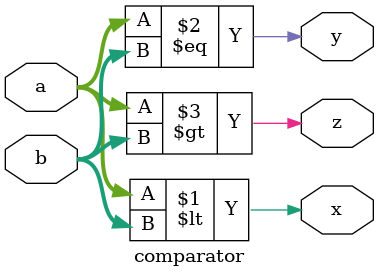
<source format=v>
module comparator(
  input [3:0] a,b,
  output x,y,z);
  assign x = (a<b);
  assign y = (a==b);
  assign z = (a>b);
endmodule

</source>
